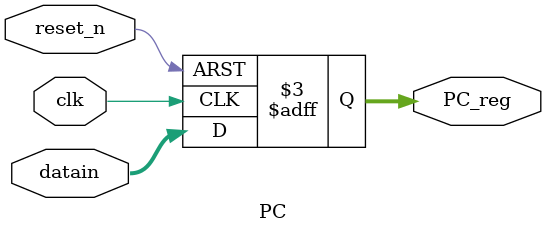
<source format=v>
module PC (
     input clk,reset_n,
     input[31:0] datain ,
     output reg [31:0]PC_reg);

     always@(posedge clk,negedge reset_n)
       begin
         if (reset_n==0)
                PC_reg=32'b0 ;
         else 
                PC_reg=datain ;
       end
endmodule

</source>
